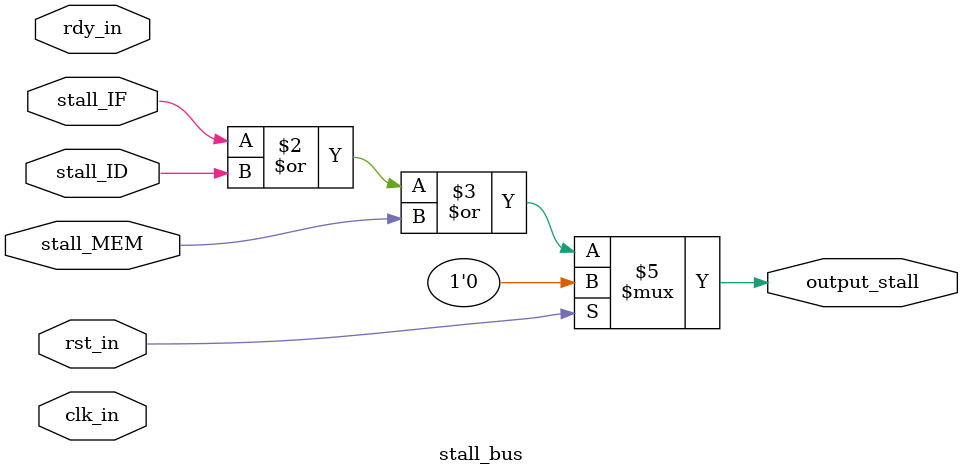
<source format=v>
module stall_bus(
  input  wire           clk_in,
  input  wire           rst_in,
  input  wire           rdy_in,

  input  wire           stall_IF,
  input  wire           stall_ID,
  input  wire           stall_MEM,

  output reg           output_stall
);

always @(*) begin
    if(rst_in) begin
        output_stall = 1'b0;
    end else begin
        output_stall = stall_IF | stall_ID | stall_MEM;
    end
end

endmodule
</source>
